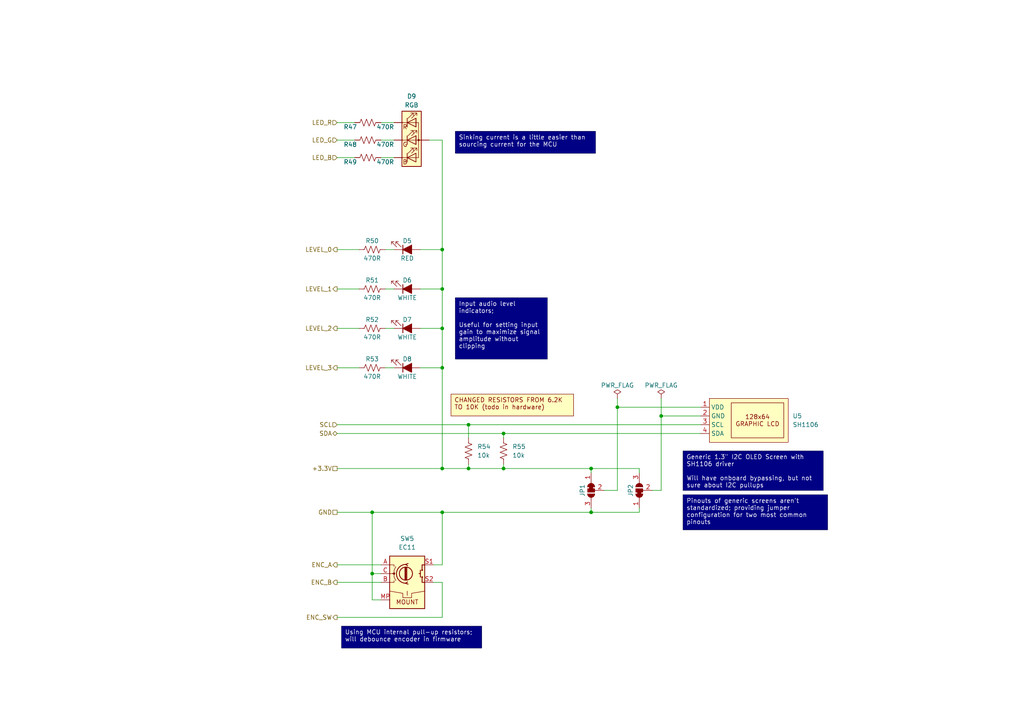
<source format=kicad_sch>
(kicad_sch (version 20230121) (generator eeschema)
  (paper "A4")
  (title_block (title "Digital Audio Effects Processor") (date "2023-11-26") (rev "A") (company "Ishaan Govindarajan"))
  (lib_symbols
    (symbol "Custom-Electromechanical:EC11" (pin_names (offset 0.254) hide)
      (property "Reference" "SW" (at 0 6.604 0))
      (property "Value" "EC11" (at 0 -12.7 0))
      (symbol "EC11_0_1"
        (rectangle (start -5.08 5.08) (end 5.08 -10.16) (stroke (width 0.254)) (fill (type background)))
        (circle (center -3.81 0) (radius 0.254) (fill (type outline)))
        (circle (center -0.381 0) (radius 1.905) (stroke (width 0.254)))
        (arc (start -0.381 2.667) (mid -3.0988 -0.0635) (end -0.381 -2.794) (stroke (width 0.254)))
        (polyline (pts (xy -0.635 -1.778) (xy -0.635 1.778)) (stroke (width 0.254)))
        (polyline (pts (xy -0.381 -1.778) (xy -0.381 1.778)) (stroke (width 0.254)))
        (polyline (pts (xy -0.127 1.778) (xy -0.127 -1.778)) (stroke (width 0.254)))
        (polyline (pts (xy 0 -5.08) (xy 0 -6.35)))
        (polyline (pts (xy 3.81 0) (xy 3.429 0)) (stroke (width 0.254)))
        (polyline (pts (xy 3.81 1.016) (xy 3.81 -1.016)) (stroke (width 0.254)))
        (polyline (pts (xy -5.08 -2.54) (xy -3.81 -2.54) (xy -3.81 -2.032)))
        (polyline (pts (xy -5.08 2.54) (xy -3.81 2.54) (xy -3.81 2.032)))
        (polyline (pts (xy 0.254 -3.048) (xy -0.508 -2.794) (xy 0.127 -2.413)) (stroke (width 0.254)))
        (polyline (pts (xy 0.254 2.921) (xy -0.508 2.667) (xy 0.127 2.286)) (stroke (width 0.254)))
        (polyline (pts (xy 5.08 -2.54) (xy 4.318 -2.54) (xy 4.318 -1.016)) (stroke (width 0.254)))
        (polyline (pts (xy 5.08 2.54) (xy 4.318 2.54) (xy 4.318 1.016)) (stroke (width 0.254)))
        (polyline (pts (xy -5.08 0) (xy -3.81 0) (xy -3.81 -1.016) (xy -3.302 -2.032)))
        (polyline (pts (xy -4.318 0) (xy -3.81 0) (xy -3.81 1.016) (xy -3.302 2.032)))
        (polyline (pts (xy -5.08 -5.08) (xy -1.27 -5.715) (xy -1.27 -6.985) (xy 1.27 -6.985) (xy 1.27 -5.715) (xy 5.08 -5.08)))
        (circle (center 4.318 -1.016) (radius 0.127) (stroke (width 0.254)))
        (circle (center 4.318 1.016) (radius 0.127) (stroke (width 0.254)))
      )
      (symbol "EC11_1_1"
        (text "MOUNT" (at 0 -8.255 0) (effects (font (size 1.27 1.27))))
        (pin passive line (at -7.62 2.54 0) (length 2.54) (name "A") (number "A"))
        (pin passive line (at -7.62 -2.54 0) (length 2.54) (name "B") (number "B"))
        (pin passive line (at -7.62 0 0) (length 2.54) (name "C") (number "C"))
        (pin passive line (at -7.62 -7.62 0) (length 2.54) (name "MP") (number "MP"))
        (pin passive line (at 7.62 2.54 180) (length 2.54) (name "S1") (number "S1"))
        (pin passive line (at 7.62 -2.54 180) (length 2.54) (name "S2") (number "S2"))
      )
    )
    (symbol "Custom-Optoelectronic:QBL7IW60D-NW" (pin_numbers hide) (pin_names (offset 1.016) hide)
      (property "Reference" "D" (at 0 2.54 0))
      (property "Value" "WHITE" (at 0 -2.54 0))
      (symbol "QBL7IW60D-NW_0_1"
        (polyline (pts (xy -1.27 -1.27) (xy -1.27 1.27)) (stroke (width 0.254)))
        (polyline (pts (xy -1.27 0) (xy 1.27 0)))
        (polyline (pts (xy -3.048 -0.762) (xy -4.572 -2.286) (xy -3.81 -2.286) (xy -4.572 -2.286) (xy -4.572 -1.524)))
        (polyline (pts (xy -1.778 -0.762) (xy -3.302 -2.286) (xy -2.54 -2.286) (xy -3.302 -2.286) (xy -3.302 -1.524)))
      )
      (symbol "QBL7IW60D-NW_1_1"
        (polyline (pts (xy 1.27 -1.27) (xy 1.27 1.27) (xy -1.27 0) (xy 1.27 -1.27)) (stroke (width 0.254)) (fill (type outline)))
        (pin passive line (at -3.81 0 0) (length 2.54) (name "K") (number "1"))
        (pin passive line (at 3.81 0 180) (length 2.54) (name "A") (number "2"))
      )
    )
    (symbol "Custom-Optoelectronic:QBL7R60D" (pin_numbers hide) (pin_names (offset 1.016) hide)
      (property "Reference" "D" (at 0 2.54 0))
      (property "Value" "RED" (at 0 -2.54 0))
      (symbol "QBL7R60D_0_1"
        (polyline (pts (xy -1.27 -1.27) (xy -1.27 1.27)) (stroke (width 0.254)))
        (polyline (pts (xy -1.27 0) (xy 1.27 0)))
        (polyline (pts (xy -3.048 -0.762) (xy -4.572 -2.286) (xy -3.81 -2.286) (xy -4.572 -2.286) (xy -4.572 -1.524)))
        (polyline (pts (xy -1.778 -0.762) (xy -3.302 -2.286) (xy -2.54 -2.286) (xy -3.302 -2.286) (xy -3.302 -1.524)))
      )
      (symbol "QBL7R60D_1_1"
        (polyline (pts (xy 1.27 -1.27) (xy 1.27 1.27) (xy -1.27 0) (xy 1.27 -1.27)) (stroke (width 0.254)) (fill (type outline)))
        (pin passive line (at -3.81 0 0) (length 2.54) (name "K") (number "1"))
        (pin passive line (at 3.81 0 180) (length 2.54) (name "A") (number "2"))
      )
    )
    (symbol "Custom-Optoelectronic:QBL8RGB60D0-2897" (pin_names (offset 0) hide)
      (property "Reference" "D" (at 0 9.398 0))
      (property "Value" "RGB" (at 0 -8.89 0))
      (symbol "QBL8RGB60D0-2897_0_0"
        (text "B" (at -1.905 -6.35 0) (effects (font (size 1.27 1.27))))
        (text "G" (at -1.905 -1.27 0) (effects (font (size 1.27 1.27))))
        (text "R" (at -1.905 3.81 0) (effects (font (size 1.27 1.27))))
      )
      (symbol "QBL8RGB60D0-2897_0_1"
        (polyline (pts (xy -1.27 -5.08) (xy -2.54 -5.08)))
        (polyline (pts (xy -1.27 -5.08) (xy 1.27 -5.08)))
        (polyline (pts (xy -1.27 -3.81) (xy -1.27 -6.35)))
        (polyline (pts (xy -1.27 -3.81) (xy -1.27 -6.35)) (stroke (width 0.2032)))
        (polyline (pts (xy -1.27 0) (xy -2.54 0)))
        (polyline (pts (xy -1.27 0) (xy 1.27 0)))
        (polyline (pts (xy -1.27 1.27) (xy -1.27 -1.27)) (stroke (width 0.2032)))
        (polyline (pts (xy -1.27 5.08) (xy -2.54 5.08)))
        (polyline (pts (xy -1.27 6.35) (xy -1.27 3.81)) (stroke (width 0.2032)))
        (polyline (pts (xy 1.27 0) (xy 2.54 0)))
        (polyline (pts (xy 1.27 5.08) (xy -1.27 5.08)))
        (polyline (pts (xy -1.27 1.27) (xy -1.27 -1.27) (xy -1.27 -1.27)))
        (polyline (pts (xy -1.27 6.35) (xy -1.27 3.81) (xy -1.27 3.81)))
        (polyline (pts (xy 1.27 -5.08) (xy 2.032 -5.08) (xy 2.032 5.08) (xy 1.27 5.08)))
        (polyline (pts (xy 1.27 -3.81) (xy 1.27 -6.35) (xy -1.27 -5.08) (xy 1.27 -3.81)) (stroke (width 0.2032)))
        (polyline (pts (xy 1.27 1.27) (xy 1.27 -1.27) (xy -1.27 0) (xy 1.27 1.27)) (stroke (width 0.2032)))
        (polyline (pts (xy 1.27 6.35) (xy 1.27 3.81) (xy -1.27 5.08) (xy 1.27 6.35)) (stroke (width 0.2032)))
        (polyline (pts (xy -1.016 -3.81) (xy 0.508 -2.286) (xy -0.254 -2.286) (xy 0.508 -2.286) (xy 0.508 -3.048)))
        (polyline (pts (xy -1.016 1.27) (xy 0.508 2.794) (xy -0.254 2.794) (xy 0.508 2.794) (xy 0.508 2.032)))
        (polyline (pts (xy -1.016 6.35) (xy 0.508 7.874) (xy -0.254 7.874) (xy 0.508 7.874) (xy 0.508 7.112)))
        (polyline (pts (xy 0 -3.81) (xy 1.524 -2.286) (xy 0.762 -2.286) (xy 1.524 -2.286) (xy 1.524 -3.048)))
        (polyline (pts (xy 0 1.27) (xy 1.524 2.794) (xy 0.762 2.794) (xy 1.524 2.794) (xy 1.524 2.032)))
        (polyline (pts (xy 0 6.35) (xy 1.524 7.874) (xy 0.762 7.874) (xy 1.524 7.874) (xy 1.524 7.112)))
        (rectangle (start 1.27 -1.27) (end 1.27 1.27))
        (rectangle (start 1.27 1.27) (end 1.27 1.27))
        (rectangle (start 1.27 3.81) (end 1.27 6.35))
        (rectangle (start 1.27 6.35) (end 1.27 6.35))
        (circle (center 2.032 0) (radius 0.254) (fill (type outline)))
        (rectangle (start 2.794 8.382) (end -2.794 -7.62) (stroke (width 0.254)) (fill (type background)))
      )
      (symbol "QBL8RGB60D0-2897_1_1"
        (pin passive line (at -5.08 5.08 0) (length 2.54) (name "RK") (number "1"))
        (pin power_in line (at 5.08 0 180) (length 2.54) (name "A") (number "2"))
        (pin passive line (at -5.08 -5.08 0) (length 2.54) (name "BK") (number "3"))
        (pin passive line (at -5.08 0 0) (length 2.54) (name "GK") (number "4"))
      )
    )
    (symbol "Custom-ResistorTHT:MFR-25FRF52-10K" (pin_numbers hide) (pin_names (offset 0))
      (property "Reference" "R" (at 2.54 0 90))
      (property "Value" "10k" (at -2.54 0 90))
      (symbol "MFR-25FRF52-10K_0_1"
        (polyline (pts (xy 0 -2.286) (xy 0 -2.54)))
        (polyline (pts (xy 0 2.286) (xy 0 2.54)))
        (polyline (pts (xy 0 -0.762) (xy 1.016 -1.143) (xy 0 -1.524) (xy -1.016 -1.905) (xy 0 -2.286)))
        (polyline (pts (xy 0 0.762) (xy 1.016 0.381) (xy 0 0) (xy -1.016 -0.381) (xy 0 -0.762)))
        (polyline (pts (xy 0 2.286) (xy 1.016 1.905) (xy 0 1.524) (xy -1.016 1.143) (xy 0 0.762)))
      )
      (symbol "MFR-25FRF52-10K_1_1"
        (pin passive line (at 0 3.81 270) (length 1.27) (name "~") (number "1"))
        (pin passive line (at 0 -3.81 90) (length 1.27) (name "~") (number "2"))
      )
    )
    (symbol "Custom-ResistorTHT:MFR-25FRF52-470R" (pin_numbers hide) (pin_names (offset 0))
      (property "Reference" "R" (at 2.54 0 90))
      (property "Value" "470R" (at -2.54 0 90))
      (symbol "MFR-25FRF52-470R_0_1"
        (polyline (pts (xy 0 -2.286) (xy 0 -2.54)))
        (polyline (pts (xy 0 2.286) (xy 0 2.54)))
        (polyline (pts (xy 0 -0.762) (xy 1.016 -1.143) (xy 0 -1.524) (xy -1.016 -1.905) (xy 0 -2.286)))
        (polyline (pts (xy 0 0.762) (xy 1.016 0.381) (xy 0 0) (xy -1.016 -0.381) (xy 0 -0.762)))
        (polyline (pts (xy 0 2.286) (xy 1.016 1.905) (xy 0 1.524) (xy -1.016 1.143) (xy 0 0.762)))
      )
      (symbol "MFR-25FRF52-470R_1_1"
        (pin passive line (at 0 3.81 270) (length 1.27) (name "~") (number "1"))
        (pin passive line (at 0 -3.81 90) (length 1.27) (name "~") (number "2"))
      )
    )
    (symbol "Daughterboards:SH1106_DISPLAY_MODULE"
      (property "Reference" "U" (at -10.16 7.62 0))
      (property "Value" "SH1106" (at -7.62 -7.62 0))
      (symbol "SH1106_DISPLAY_MODULE_1_1"
        (rectangle (start -11.43 6.35) (end 11.43 -6.35) (fill (type background)))
        (rectangle (start -5.08 5.08) (end 10.16 -5.08))
        (text "128x64\nGRAPHIC LCD" (at 2.54 0 0) (effects (font (size 1.27 1.27))))
        (pin power_in line (at -13.97 3.81 0) (length 2.54) (name "VDD") (number "1"))
        (pin power_in line (at -13.97 1.27 0) (length 2.54) (name "GND") (number "2"))
        (pin input line (at -13.97 -1.27 0) (length 2.54) (name "SCL") (number "3"))
        (pin bidirectional line (at -13.97 -3.81 0) (length 2.54) (name "SDA") (number "4"))
      )
    )
    (symbol "Jumper:SolderJumper_3_Bridged12" (pin_names (offset 0) hide)
      (property "Reference" "JP" (at -2.54 -2.54 0))
      (property "Value" "SolderJumper_3_Bridged12" (at 0 2.794 0))
      (symbol "SolderJumper_3_Bridged12_0_1"
        (rectangle (start -1.016 0.508) (end -0.508 -0.508) (fill (type outline)))
        (arc (start -1.016 1.016) (mid -2.0276 0) (end -1.016 -1.016))
        (arc (start -1.016 1.016) (mid -2.0276 0) (end -1.016 -1.016) (fill (type outline)))
        (rectangle (start -0.508 1.016) (end 0.508 -1.016) (fill (type outline)))
        (polyline (pts (xy -2.54 0) (xy -2.032 0)))
        (polyline (pts (xy -1.016 1.016) (xy -1.016 -1.016)))
        (polyline (pts (xy 0 -1.27) (xy 0 -1.016)))
        (polyline (pts (xy 1.016 1.016) (xy 1.016 -1.016)))
        (polyline (pts (xy 2.54 0) (xy 2.032 0)))
        (arc (start 1.016 -1.016) (mid 2.0276 0) (end 1.016 1.016))
        (arc (start 1.016 -1.016) (mid 2.0276 0) (end 1.016 1.016) (fill (type outline)))
      )
      (symbol "SolderJumper_3_Bridged12_1_1"
        (pin passive line (at -5.08 0 0) (length 2.54) (name "A") (number "1"))
        (pin passive line (at 0 -3.81 90) (length 2.54) (name "C") (number "2"))
        (pin passive line (at 5.08 0 180) (length 2.54) (name "B") (number "3"))
      )
    )
    (symbol "power:PWR_FLAG" (power) (pin_numbers hide) (pin_names (offset 0) hide)
      (property "Value" "PWR_FLAG" (at 0 3.81 0))
      (symbol "PWR_FLAG_0_0"
        (pin power_out line (at 0 0 90) (length 0) (name "pwr") (number "1"))
      )
      (symbol "PWR_FLAG_0_1"
        (polyline (pts (xy 0 0) (xy 0 1.27) (xy -1.016 1.905) (xy 0 2.54) (xy 1.016 1.905) (xy 0 1.27)))
      )
    )
  )
  (junction (at 135.89 135.89))
  (junction (at 128.27 135.89))
  (junction (at 146.05 125.73))
  (junction (at 107.95 166.37))
  (junction (at 128.27 148.59))
  (junction (at 128.27 83.82))
  (junction (at 179.07 118.11))
  (junction (at 128.27 106.68))
  (junction (at 146.05 135.89))
  (junction (at 191.77 120.65))
  (junction (at 107.95 148.59))
  (junction (at 128.27 95.25))
  (junction (at 128.27 72.39))
  (junction (at 135.89 123.19))
  (junction (at 171.45 135.89))
  (junction (at 171.45 148.59))
  (wire (pts (xy 124.46 40.64) (xy 128.27 40.64)))
  (wire (pts (xy 97.79 95.25) (xy 104.14 95.25)))
  (wire (pts (xy 97.79 163.83) (xy 110.49 163.83)))
  (wire (pts (xy 171.45 148.59) (xy 185.42 148.59)))
  (wire (pts (xy 128.27 148.59) (xy 171.45 148.59)))
  (wire (pts (xy 128.27 135.89) (xy 135.89 135.89)))
  (wire (pts (xy 146.05 134.62) (xy 146.05 135.89)))
  (wire (pts (xy 97.79 40.64) (xy 102.87 40.64)))
  (wire (pts (xy 189.23 142.24) (xy 191.77 142.24)))
  (wire (pts (xy 111.76 72.39) (xy 114.3 72.39)))
  (wire (pts (xy 97.79 168.91) (xy 110.49 168.91)))
  (wire (pts (xy 121.92 106.68) (xy 128.27 106.68)))
  (wire (pts (xy 128.27 163.83) (xy 125.73 163.83)))
  (wire (pts (xy 185.42 147.32) (xy 185.42 148.59)))
  (wire (pts (xy 128.27 40.64) (xy 128.27 72.39)))
  (wire (pts (xy 135.89 135.89) (xy 146.05 135.89)))
  (wire (pts (xy 121.92 95.25) (xy 128.27 95.25)))
  (wire (pts (xy 171.45 135.89) (xy 185.42 135.89)))
  (wire (pts (xy 146.05 135.89) (xy 171.45 135.89)))
  (wire (pts (xy 107.95 148.59) (xy 128.27 148.59)))
  (wire (pts (xy 191.77 142.24) (xy 191.77 120.65)))
  (wire (pts (xy 171.45 135.89) (xy 171.45 137.16)))
  (wire (pts (xy 128.27 72.39) (xy 128.27 83.82)))
  (wire (pts (xy 171.45 147.32) (xy 171.45 148.59)))
  (wire (pts (xy 179.07 142.24) (xy 179.07 118.11)))
  (wire (pts (xy 110.49 45.72) (xy 114.3 45.72)))
  (wire (pts (xy 111.76 95.25) (xy 114.3 95.25)))
  (wire (pts (xy 107.95 148.59) (xy 97.79 148.59)))
  (wire (pts (xy 111.76 83.82) (xy 114.3 83.82)))
  (wire (pts (xy 179.07 118.11) (xy 203.2 118.11)))
  (wire (pts (xy 191.77 120.65) (xy 203.2 120.65)))
  (wire (pts (xy 146.05 125.73) (xy 203.2 125.73)))
  (wire (pts (xy 185.42 135.89) (xy 185.42 137.16)))
  (wire (pts (xy 97.79 125.73) (xy 146.05 125.73)))
  (wire (pts (xy 110.49 166.37) (xy 107.95 166.37)))
  (wire (pts (xy 97.79 179.07) (xy 128.27 179.07)))
  (wire (pts (xy 179.07 115.57) (xy 179.07 118.11)))
  (wire (pts (xy 128.27 83.82) (xy 128.27 95.25)))
  (wire (pts (xy 128.27 179.07) (xy 128.27 168.91)))
  (wire (pts (xy 135.89 134.62) (xy 135.89 135.89)))
  (wire (pts (xy 110.49 35.56) (xy 114.3 35.56)))
  (wire (pts (xy 121.92 83.82) (xy 128.27 83.82)))
  (wire (pts (xy 97.79 106.68) (xy 104.14 106.68)))
  (wire (pts (xy 97.79 83.82) (xy 104.14 83.82)))
  (wire (pts (xy 128.27 95.25) (xy 128.27 106.68)))
  (wire (pts (xy 97.79 72.39) (xy 104.14 72.39)))
  (wire (pts (xy 128.27 148.59) (xy 128.27 163.83)))
  (wire (pts (xy 111.76 106.68) (xy 114.3 106.68)))
  (wire (pts (xy 97.79 135.89) (xy 128.27 135.89)))
  (wire (pts (xy 110.49 40.64) (xy 114.3 40.64)))
  (wire (pts (xy 97.79 35.56) (xy 102.87 35.56)))
  (wire (pts (xy 191.77 115.57) (xy 191.77 120.65)))
  (wire (pts (xy 97.79 45.72) (xy 102.87 45.72)))
  (wire (pts (xy 107.95 173.99) (xy 110.49 173.99)))
  (wire (pts (xy 128.27 168.91) (xy 125.73 168.91)))
  (wire (pts (xy 175.26 142.24) (xy 179.07 142.24)))
  (wire (pts (xy 135.89 123.19) (xy 135.89 127)))
  (wire (pts (xy 97.79 123.19) (xy 135.89 123.19)))
  (wire (pts (xy 128.27 106.68) (xy 128.27 135.89)))
  (wire (pts (xy 146.05 125.73) (xy 146.05 127)))
  (wire (pts (xy 107.95 166.37) (xy 107.95 173.99)))
  (wire (pts (xy 135.89 123.19) (xy 203.2 123.19)))
  (wire (pts (xy 107.95 166.37) (xy 107.95 148.59)))
  (wire (pts (xy 121.92 72.39) (xy 128.27 72.39)))
  (text_box "Sinking current is a little easier than sourcing current for the MCU" (at 132.08 38.1 0) (size 40.64 6.35) (stroke (width 0) (color 0 0 72 1)) (fill (type color) (color 0 0 132 1)) (effects (font (size 1.27 1.27)) (justify left top)))
  (text_box "Pinouts of generic screens aren't standardized; providing jumper configuration for two most common pinouts" (at 198.12 143.51 0) (size 41.91 10.16) (stroke (width 0) (color 0 0 72 1)) (fill (type color) (color 0 0 132 1)) (effects (font (size 1.27 1.27)) (justify left top)))
  (text_box "Input audio level indicators;\n\nUseful for setting input gain to maximize signal amplitude without clipping" (at 132.08 86.36 0) (size 26.67 17.78) (stroke (width 0) (color 0 0 72 1)) (fill (type color) (color 0 0 132 1)) (effects (font (size 1.27 1.27)) (justify left top)))
  (text_box "Using MCU internal pull-up resistors; will debounce encoder in firmware" (at 99.06 181.61 0) (size 40.64 6.35) (stroke (width 0) (color 0 0 72 1)) (fill (type color) (color 0 0 132 1)) (effects (font (size 1.27 1.27)) (justify left top)))
  (text_box "Generic 1.3\" I2C OLED Screen with SH1106 driver\n\nWill have onboard bypassing, but not sure about I2C pullups" (at 198.12 130.81 0) (size 40.64 11.43) (stroke (width 0) (color 0 0 72 1)) (fill (type color) (color 0 0 132 1)) (effects (font (size 1.27 1.27)) (justify left top)))
  (text_box "CHANGED RESISTORS FROM 6.2K TO 10K (todo in hardware)" (at 130.81 114.3 0) (size 35.56 6.35) (stroke (width 0) (color 132 0 0 1)) (fill (type color) (color 255 255 194 1)) (effects (font (size 1.27 1.27)) (justify left top)))
  (hierarchical_label "LED_G" (shape input) (at 97.79 40.64 180))
  (hierarchical_label "+3.3V" (shape passive) (at 97.79 135.89 180))
  (hierarchical_label "SDA" (shape bidirectional) (at 97.79 125.73 180))
  (hierarchical_label "LED_R" (shape input) (at 97.79 35.56 180))
  (hierarchical_label "LEVEL_0" (shape output) (at 97.79 72.39 180))
  (hierarchical_label "SCL" (shape input) (at 97.79 123.19 180))
  (hierarchical_label "ENC_SW" (shape output) (at 97.79 179.07 180))
  (hierarchical_label "LEVEL_1" (shape output) (at 97.79 83.82 180))
  (hierarchical_label "ENC_A" (shape output) (at 97.79 163.83 180))
  (hierarchical_label "GND" (shape passive) (at 97.79 148.59 180))
  (hierarchical_label "LEVEL_2" (shape output) (at 97.79 95.25 180))
  (hierarchical_label "LEVEL_3" (shape output) (at 97.79 106.68 180))
  (hierarchical_label "ENC_B" (shape output) (at 97.79 168.91 180))
  (hierarchical_label "LED_B" (shape input) (at 97.79 45.72 180))
  (symbol (lib_id "Jumper:SolderJumper_3_Bridged12") (at 171.45 142.24 90) (mirror x) (unit 1) (in_bom no)
    (property "Reference" "JP1" (at 168.91 142.24 0))
    (property "Value" "SolderJumper_3_Bridged12" (effects hide))
    (property "Footprint" "Jumper:SolderJumper-3_P2.0mm_Open_TrianglePad1.0x1.5mm" (effects hide))
  )
  (symbol (lib_id "Custom-ResistorTHT:MFR-25FRF52-10K") (at 135.89 130.81 180) (unit 1)
    (property "Reference" "R54" (at 138.43 129.54 0) (effects (justify right)))
    (property "Value" "10k" (at 138.43 132.08 0) (effects (justify right)))
    (property "Footprint" "Resistor_THT:R_Axial_DIN0207_L6.3mm_D2.5mm_P10.16mm_Horizontal" (effects hide))
    (property "Datasheet" "https://www.yageo.com/upload/media/product/productsearch/datasheet/lr/YAGEO%20MFR_datasheet_2023v3.pdf" (effects hide))
    (property "Manufacturer" "YAGEO" (effects hide))
    (property "Part Number" "MFR-25FRF52-10K" (effects hide))
  )
  (symbol (lib_id "Custom-ResistorTHT:MFR-25FRF52-470R") (at 107.95 72.39 90) (unit 1)
    (property "Reference" "R50" (at 107.95 69.85 90))
    (property "Value" "470R" (at 107.95 74.93 90))
    (property "Footprint" "Resistor_THT:R_Axial_DIN0207_L6.3mm_D2.5mm_P10.16mm_Horizontal" (effects hide))
    (property "Datasheet" "https://www.yageo.com/upload/media/product/productsearch/datasheet/lr/YAGEO%20MFR_datasheet_2023v3.pdf" (effects hide))
    (property "Manufacturer" "YAGEO" (effects hide))
    (property "Part Number" "MFR-25FRF52-470R" (effects hide))
  )
  (symbol (lib_id "Jumper:SolderJumper_3_Bridged12") (at 185.42 142.24 90) (unit 1) (in_bom no)
    (property "Reference" "JP2" (at 182.88 142.24 0))
    (property "Value" "SolderJumper_3_Bridged12" (effects hide))
    (property "Footprint" "Jumper:SolderJumper-3_P2.0mm_Open_TrianglePad1.0x1.5mm" (effects hide))
  )
  (symbol (lib_id "Custom-Optoelectronic:QBL8RGB60D0-2897") (at 119.38 40.64 0) (unit 1)
    (property "Reference" "D9" (at 119.38 27.94 0))
    (property "Value" "RGB" (at 119.38 30.48 0))
    (property "Footprint" "Custom-DiscreteSemi:LED_D5.0mm-4_RGB" (effects hide))
    (property "Datasheet" "https://www.qt-brightek.com/datasheet/QBL8RGB60D0-2897.pdf" (effects hide))
    (property "Manufacturer" "QT Brightek (QTB)" (effects hide))
    (property "Part Number" "QBL8RGB60D0-2897" (effects hide))
  )
  (symbol (lib_id "Custom-ResistorTHT:MFR-25FRF52-10K") (at 146.05 130.81 180) (unit 1)
    (property "Reference" "R55" (at 148.59 129.54 0) (effects (justify right)))
    (property "Value" "10k" (at 148.59 132.08 0) (effects (justify right)))
    (property "Footprint" "Resistor_THT:R_Axial_DIN0207_L6.3mm_D2.5mm_P10.16mm_Horizontal" (effects hide))
    (property "Datasheet" "https://www.yageo.com/upload/media/product/productsearch/datasheet/lr/YAGEO%20MFR_datasheet_2023v3.pdf" (effects hide))
    (property "Manufacturer" "YAGEO" (effects hide))
    (property "Part Number" "MFR-25FRF52-10K" (effects hide))
  )
  (symbol (lib_id "Custom-ResistorTHT:MFR-25FRF52-470R") (at 106.68 40.64 90) (unit 1)
    (property "Reference" "R48" (at 101.6 41.91 90))
    (property "Value" "470R" (at 111.76 41.91 90))
    (property "Footprint" "Resistor_THT:R_Axial_DIN0207_L6.3mm_D2.5mm_P10.16mm_Horizontal" (effects hide))
    (property "Datasheet" "https://www.yageo.com/upload/media/product/productsearch/datasheet/lr/YAGEO%20MFR_datasheet_2023v3.pdf" (effects hide))
    (property "Manufacturer" "YAGEO" (effects hide))
    (property "Part Number" "MFR-25FRF52-470R" (effects hide))
  )
  (symbol (lib_id "Custom-ResistorTHT:MFR-25FRF52-470R") (at 107.95 83.82 90) (unit 1)
    (property "Reference" "R51" (at 107.95 81.28 90))
    (property "Value" "470R" (at 107.95 86.36 90))
    (property "Footprint" "Resistor_THT:R_Axial_DIN0207_L6.3mm_D2.5mm_P10.16mm_Horizontal" (effects hide))
    (property "Datasheet" "https://www.yageo.com/upload/media/product/productsearch/datasheet/lr/YAGEO%20MFR_datasheet_2023v3.pdf" (effects hide))
    (property "Manufacturer" "YAGEO" (effects hide))
    (property "Part Number" "MFR-25FRF52-470R" (effects hide))
  )
  (symbol (lib_id "power:PWR_FLAG") (at 191.77 115.57 0) (unit 1)
    (property "Reference" "#FLG02" (effects hide))
    (property "Value" "PWR_FLAG" (at 191.77 111.76 0))
  )
  (symbol (lib_id "Custom-ResistorTHT:MFR-25FRF52-470R") (at 106.68 35.56 90) (unit 1)
    (property "Reference" "R47" (at 101.6 36.83 90))
    (property "Value" "470R" (at 111.76 36.83 90))
    (property "Footprint" "Resistor_THT:R_Axial_DIN0207_L6.3mm_D2.5mm_P10.16mm_Horizontal" (effects hide))
    (property "Datasheet" "https://www.yageo.com/upload/media/product/productsearch/datasheet/lr/YAGEO%20MFR_datasheet_2023v3.pdf" (effects hide))
    (property "Manufacturer" "YAGEO" (effects hide))
    (property "Part Number" "MFR-25FRF52-470R" (effects hide))
  )
  (symbol (lib_id "Custom-ResistorTHT:MFR-25FRF52-470R") (at 106.68 45.72 90) (unit 1)
    (property "Reference" "R49" (at 101.6 46.99 90))
    (property "Value" "470R" (at 111.76 46.99 90))
    (property "Footprint" "Resistor_THT:R_Axial_DIN0207_L6.3mm_D2.5mm_P10.16mm_Horizontal" (effects hide))
    (property "Datasheet" "https://www.yageo.com/upload/media/product/productsearch/datasheet/lr/YAGEO%20MFR_datasheet_2023v3.pdf" (effects hide))
    (property "Manufacturer" "YAGEO" (effects hide))
    (property "Part Number" "MFR-25FRF52-470R" (effects hide))
  )
  (symbol (lib_id "Custom-Optoelectronic:QBL7IW60D-NW") (at 118.11 83.82 0) (mirror x) (unit 1)
    (property "Reference" "D6" (at 118.11 81.28 0))
    (property "Value" "WHITE" (at 118.11 86.36 0))
    (property "Footprint" "LED_THT:LED_D3.0mm_Clear" (effects hide))
    (property "Datasheet" "https://www.qt-brightek.com/datasheet/QBL7IW60D-XX.pdf" (effects hide))
    (property "Manufacturer" "QT Brightek (QTB)" (effects hide))
    (property "Part Number" "QBL7IW60D-NW" (effects hide))
  )
  (symbol (lib_id "Custom-Optoelectronic:QBL7IW60D-NW") (at 118.11 106.68 0) (mirror x) (unit 1)
    (property "Reference" "D8" (at 118.11 104.14 0))
    (property "Value" "WHITE" (at 118.11 109.22 0))
    (property "Footprint" "LED_THT:LED_D3.0mm_Clear" (effects hide))
    (property "Datasheet" "https://www.qt-brightek.com/datasheet/QBL7IW60D-XX.pdf" (effects hide))
    (property "Manufacturer" "QT Brightek (QTB)" (effects hide))
    (property "Part Number" "QBL7IW60D-NW" (effects hide))
  )
  (symbol (lib_id "Custom-ResistorTHT:MFR-25FRF52-470R") (at 107.95 95.25 90) (unit 1)
    (property "Reference" "R52" (at 107.95 92.71 90))
    (property "Value" "470R" (at 107.95 97.79 90))
    (property "Footprint" "Resistor_THT:R_Axial_DIN0207_L6.3mm_D2.5mm_P10.16mm_Horizontal" (effects hide))
    (property "Datasheet" "https://www.yageo.com/upload/media/product/productsearch/datasheet/lr/YAGEO%20MFR_datasheet_2023v3.pdf" (effects hide))
    (property "Manufacturer" "YAGEO" (effects hide))
    (property "Part Number" "MFR-25FRF52-470R" (effects hide))
  )
  (symbol (lib_id "Custom-ResistorTHT:MFR-25FRF52-470R") (at 107.95 106.68 90) (unit 1)
    (property "Reference" "R53" (at 107.95 104.14 90))
    (property "Value" "470R" (at 107.95 109.22 90))
    (property "Footprint" "Resistor_THT:R_Axial_DIN0207_L6.3mm_D2.5mm_P10.16mm_Horizontal" (effects hide))
    (property "Datasheet" "https://www.yageo.com/upload/media/product/productsearch/datasheet/lr/YAGEO%20MFR_datasheet_2023v3.pdf" (effects hide))
    (property "Manufacturer" "YAGEO" (effects hide))
    (property "Part Number" "MFR-25FRF52-470R" (effects hide))
  )
  (symbol (lib_id "Custom-Electromechanical:EC11") (at 118.11 166.37 0) (unit 1)
    (property "Reference" "SW5" (at 118.11 156.21 0))
    (property "Value" "EC11" (at 118.11 158.75 0))
    (property "Footprint" "Custom-Electromechanical:RotaryEncoder_Alps_EC11E-Switch_Vertical_H20mm" (effects hide))
    (property "Datasheet" "https://www.bourns.com/docs/Product-Datasheets/PEC11R.pdf" (effects hide))
    (property "Manufacturer" "Bourns Inc." (effects hide))
    (property "Part Number" "PEC11R-4230F-S0012" (effects hide))
  )
  (symbol (lib_id "power:PWR_FLAG") (at 179.07 115.57 0) (unit 1)
    (property "Reference" "#FLG01" (effects hide))
    (property "Value" "PWR_FLAG" (at 179.07 111.76 0))
  )
  (symbol (lib_id "Custom-Optoelectronic:QBL7IW60D-NW") (at 118.11 95.25 0) (mirror x) (unit 1)
    (property "Reference" "D7" (at 118.11 92.71 0))
    (property "Value" "WHITE" (at 118.11 97.79 0))
    (property "Footprint" "LED_THT:LED_D3.0mm_Clear" (effects hide))
    (property "Datasheet" "https://www.qt-brightek.com/datasheet/QBL7IW60D-XX.pdf" (effects hide))
    (property "Manufacturer" "QT Brightek (QTB)" (effects hide))
    (property "Part Number" "QBL7IW60D-NW" (effects hide))
  )
  (symbol (lib_id "Custom-Optoelectronic:QBL7R60D") (at 118.11 72.39 0) (mirror x) (unit 1)
    (property "Reference" "D5" (at 118.11 69.85 0))
    (property "Value" "RED" (at 118.11 74.93 0))
    (property "Footprint" "LED_THT:LED_D3.0mm_Clear" (effects hide))
    (property "Datasheet" "https://www.qt-brightek.com/datasheet/QBL7XX60D.pdf" (effects hide))
    (property "Manufacturer" "QT Brightek (QTB)" (effects hide))
    (property "Part Number" "QBL7R60D" (effects hide))
  )
  (symbol (lib_id "Daughterboards:SH1106_DISPLAY_MODULE") (at 217.17 121.92 0) (unit 1)
    (property "Reference" "U5" (at 229.87 120.65 0) (effects (justify left)))
    (property "Value" "SH1106" (at 229.87 123.19 0) (effects (justify left)))
    (property "Footprint" "Daughterboards:SH1106_LCD_MODULE" (effects hide))
    (property "Manufacturer" "AITEWIN ROBOT" (effects hide))
    (property "Part Number" "SH1106" (effects hide))
  )
)
</source>
